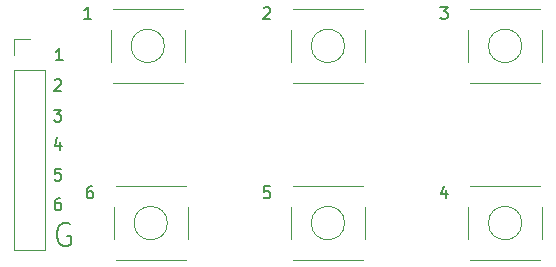
<source format=gbr>
%TF.GenerationSoftware,KiCad,Pcbnew,5.1.12-84ad8e8a86~92~ubuntu20.04.1*%
%TF.CreationDate,2021-11-18T20:56:59-07:00*%
%TF.ProjectId,macro-pad,6d616372-6f2d-4706-9164-2e6b69636164,rev?*%
%TF.SameCoordinates,Original*%
%TF.FileFunction,Legend,Top*%
%TF.FilePolarity,Positive*%
%FSLAX46Y46*%
G04 Gerber Fmt 4.6, Leading zero omitted, Abs format (unit mm)*
G04 Created by KiCad (PCBNEW 5.1.12-84ad8e8a86~92~ubuntu20.04.1) date 2021-11-18 20:56:59*
%MOMM*%
%LPD*%
G01*
G04 APERTURE LIST*
%ADD10C,0.150000*%
%ADD11C,0.200000*%
%ADD12C,0.120000*%
G04 APERTURE END LIST*
D10*
X104290476Y-67152380D02*
X104100000Y-67152380D01*
X104004761Y-67200000D01*
X103957142Y-67247619D01*
X103861904Y-67390476D01*
X103814285Y-67580952D01*
X103814285Y-67961904D01*
X103861904Y-68057142D01*
X103909523Y-68104761D01*
X104004761Y-68152380D01*
X104195238Y-68152380D01*
X104290476Y-68104761D01*
X104338095Y-68057142D01*
X104385714Y-67961904D01*
X104385714Y-67723809D01*
X104338095Y-67628571D01*
X104290476Y-67580952D01*
X104195238Y-67533333D01*
X104004761Y-67533333D01*
X103909523Y-67580952D01*
X103861904Y-67628571D01*
X103814285Y-67723809D01*
X119338095Y-67152380D02*
X118861904Y-67152380D01*
X118814285Y-67628571D01*
X118861904Y-67580952D01*
X118957142Y-67533333D01*
X119195238Y-67533333D01*
X119290476Y-67580952D01*
X119338095Y-67628571D01*
X119385714Y-67723809D01*
X119385714Y-67961904D01*
X119338095Y-68057142D01*
X119290476Y-68104761D01*
X119195238Y-68152380D01*
X118957142Y-68152380D01*
X118861904Y-68104761D01*
X118814285Y-68057142D01*
X134290476Y-67485714D02*
X134290476Y-68152380D01*
X134052380Y-67104761D02*
X133814285Y-67819047D01*
X134433333Y-67819047D01*
X133766666Y-51952380D02*
X134385714Y-51952380D01*
X134052380Y-52333333D01*
X134195238Y-52333333D01*
X134290476Y-52380952D01*
X134338095Y-52428571D01*
X134385714Y-52523809D01*
X134385714Y-52761904D01*
X134338095Y-52857142D01*
X134290476Y-52904761D01*
X134195238Y-52952380D01*
X133909523Y-52952380D01*
X133814285Y-52904761D01*
X133766666Y-52857142D01*
X118814285Y-52047619D02*
X118861904Y-52000000D01*
X118957142Y-51952380D01*
X119195238Y-51952380D01*
X119290476Y-52000000D01*
X119338095Y-52047619D01*
X119385714Y-52142857D01*
X119385714Y-52238095D01*
X119338095Y-52380952D01*
X118766666Y-52952380D01*
X119385714Y-52952380D01*
X104185714Y-52952380D02*
X103614285Y-52952380D01*
X103900000Y-52952380D02*
X103900000Y-51952380D01*
X103804761Y-52095238D01*
X103709523Y-52190476D01*
X103614285Y-52238095D01*
X101590476Y-68152380D02*
X101400000Y-68152380D01*
X101304761Y-68200000D01*
X101257142Y-68247619D01*
X101161904Y-68390476D01*
X101114285Y-68580952D01*
X101114285Y-68961904D01*
X101161904Y-69057142D01*
X101209523Y-69104761D01*
X101304761Y-69152380D01*
X101495238Y-69152380D01*
X101590476Y-69104761D01*
X101638095Y-69057142D01*
X101685714Y-68961904D01*
X101685714Y-68723809D01*
X101638095Y-68628571D01*
X101590476Y-68580952D01*
X101495238Y-68533333D01*
X101304761Y-68533333D01*
X101209523Y-68580952D01*
X101161904Y-68628571D01*
X101114285Y-68723809D01*
X101638095Y-65652380D02*
X101161904Y-65652380D01*
X101114285Y-66128571D01*
X101161904Y-66080952D01*
X101257142Y-66033333D01*
X101495238Y-66033333D01*
X101590476Y-66080952D01*
X101638095Y-66128571D01*
X101685714Y-66223809D01*
X101685714Y-66461904D01*
X101638095Y-66557142D01*
X101590476Y-66604761D01*
X101495238Y-66652380D01*
X101257142Y-66652380D01*
X101161904Y-66604761D01*
X101114285Y-66557142D01*
X101590476Y-63385714D02*
X101590476Y-64052380D01*
X101352380Y-63004761D02*
X101114285Y-63719047D01*
X101733333Y-63719047D01*
X101066666Y-60652380D02*
X101685714Y-60652380D01*
X101352380Y-61033333D01*
X101495238Y-61033333D01*
X101590476Y-61080952D01*
X101638095Y-61128571D01*
X101685714Y-61223809D01*
X101685714Y-61461904D01*
X101638095Y-61557142D01*
X101590476Y-61604761D01*
X101495238Y-61652380D01*
X101209523Y-61652380D01*
X101114285Y-61604761D01*
X101066666Y-61557142D01*
X101114285Y-58147619D02*
X101161904Y-58100000D01*
X101257142Y-58052380D01*
X101495238Y-58052380D01*
X101590476Y-58100000D01*
X101638095Y-58147619D01*
X101685714Y-58242857D01*
X101685714Y-58338095D01*
X101638095Y-58480952D01*
X101066666Y-59052380D01*
X101685714Y-59052380D01*
X101785714Y-56452380D02*
X101214285Y-56452380D01*
X101500000Y-56452380D02*
X101500000Y-55452380D01*
X101404761Y-55595238D01*
X101309523Y-55690476D01*
X101214285Y-55738095D01*
D11*
X102423809Y-70300000D02*
X102233333Y-70204761D01*
X101947619Y-70204761D01*
X101661904Y-70300000D01*
X101471428Y-70490476D01*
X101376190Y-70680952D01*
X101280952Y-71061904D01*
X101280952Y-71347619D01*
X101376190Y-71728571D01*
X101471428Y-71919047D01*
X101661904Y-72109523D01*
X101947619Y-72204761D01*
X102138095Y-72204761D01*
X102423809Y-72109523D01*
X102519047Y-72014285D01*
X102519047Y-71347619D01*
X102138095Y-71347619D01*
D12*
%TO.C,SW6*%
X140664214Y-70250000D02*
G75*
G03*
X140664214Y-70250000I-1414214J0D01*
G01*
X136280000Y-73370000D02*
X142220000Y-73370000D01*
X136280000Y-67130000D02*
X142220000Y-67130000D01*
X136130000Y-71590000D02*
X136130000Y-68910000D01*
X142370000Y-68910000D02*
X142370000Y-71590000D01*
%TO.C,SW5*%
X125664214Y-70250000D02*
G75*
G03*
X125664214Y-70250000I-1414214J0D01*
G01*
X121280000Y-73370000D02*
X127220000Y-73370000D01*
X121280000Y-67130000D02*
X127220000Y-67130000D01*
X121130000Y-71590000D02*
X121130000Y-68910000D01*
X127370000Y-68910000D02*
X127370000Y-71590000D01*
%TO.C,SW4*%
X110664214Y-70250000D02*
G75*
G03*
X110664214Y-70250000I-1414214J0D01*
G01*
X106280000Y-73370000D02*
X112220000Y-73370000D01*
X106280000Y-67130000D02*
X112220000Y-67130000D01*
X106130000Y-71590000D02*
X106130000Y-68910000D01*
X112370000Y-68910000D02*
X112370000Y-71590000D01*
%TO.C,SW3*%
X140664214Y-55250000D02*
G75*
G03*
X140664214Y-55250000I-1414214J0D01*
G01*
X136280000Y-58370000D02*
X142220000Y-58370000D01*
X136280000Y-52130000D02*
X142220000Y-52130000D01*
X136130000Y-56590000D02*
X136130000Y-53910000D01*
X142370000Y-53910000D02*
X142370000Y-56590000D01*
%TO.C,SW2*%
X125664214Y-55250000D02*
G75*
G03*
X125664214Y-55250000I-1414214J0D01*
G01*
X121280000Y-58370000D02*
X127220000Y-58370000D01*
X121280000Y-52130000D02*
X127220000Y-52130000D01*
X121130000Y-56590000D02*
X121130000Y-53910000D01*
X127370000Y-53910000D02*
X127370000Y-56590000D01*
%TO.C,SW1*%
X110414214Y-55250000D02*
G75*
G03*
X110414214Y-55250000I-1414214J0D01*
G01*
X106030000Y-58370000D02*
X111970000Y-58370000D01*
X106030000Y-52130000D02*
X111970000Y-52130000D01*
X105880000Y-56590000D02*
X105880000Y-53910000D01*
X112120000Y-53910000D02*
X112120000Y-56590000D01*
%TO.C,J1*%
X97670000Y-72570000D02*
X100330000Y-72570000D01*
X97670000Y-57270000D02*
X97670000Y-72570000D01*
X100330000Y-57270000D02*
X100330000Y-72570000D01*
X97670000Y-57270000D02*
X100330000Y-57270000D01*
X97670000Y-56000000D02*
X97670000Y-54670000D01*
X97670000Y-54670000D02*
X99000000Y-54670000D01*
%TD*%
M02*

</source>
